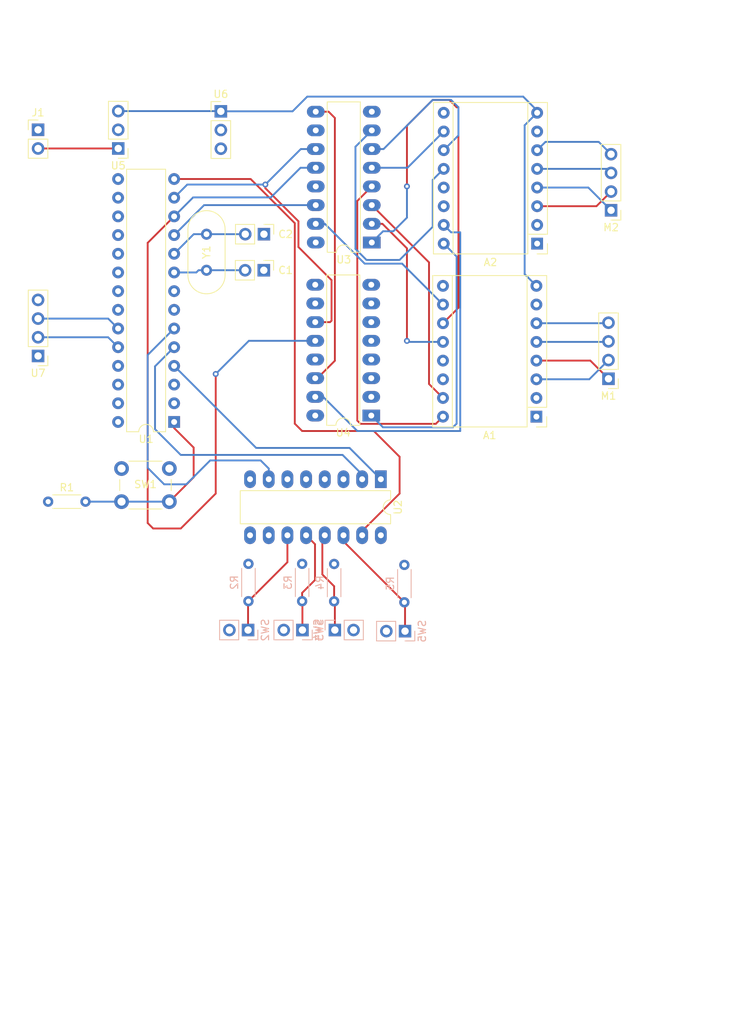
<source format=kicad_pcb>
(kicad_pcb (version 20171130) (host pcbnew "(5.1.10-1-10_14)")
  (layers (0 F.Cu signal) (1 PWR signal hide) (2 GND signal hide) (31 B.Cu signal) (34 B.Paste user) (35 F.Paste user) (36 B.SilkS user) (37 F.SilkS user) (38 B.Mask user) (39 F.Mask user) (44 Edge.Cuts user))
  (net 0 "")
  (net 1 GND)
  (net 2 +5V)
  (net 3 "Net-(A1-Pad10)")
  (net 4 "Net-(A1-Pad3)")
  (net 5 "Net-(A1-Pad11)")
  (net 6 "Net-(A1-Pad4)")
  (net 7 "Net-(A1-Pad12)")
  (net 8 "Net-(A1-Pad5)")
  (net 9 "Net-(A1-Pad6)")
  (net 10 "Net-(A1-Pad15)")
  (net 11 "Net-(A1-Pad8)")
  (net 12 "Net-(A1-Pad16)")
  (net 13 "Net-(A2-Pad16)")
  (net 14 "Net-(A2-Pad15)")
  (net 15 "Net-(A2-Pad6)")
  (net 16 "Net-(A2-Pad5)")
  (net 17 "Net-(A2-Pad12)")
  (net 18 "Net-(A2-Pad4)")
  (net 19 "Net-(A2-Pad11)")
  (net 20 "Net-(A2-Pad3)")
  (net 21 "Net-(A2-Pad10)")
  (net 22 "Net-(R1-Pad2)")
  (net 23 "Net-(U1-Pad15)")
  (net 24 "Net-(U1-Pad2)")
  (net 25 "Net-(U1-Pad16)")
  (net 26 "Net-(U1-Pad3)")
  (net 27 "Net-(U1-Pad17)")
  (net 28 "Net-(U1-Pad4)")
  (net 29 "Net-(U1-Pad18)")
  (net 30 "Net-(U1-Pad5)")
  (net 31 "Net-(U1-Pad19)")
  (net 32 "Net-(U1-Pad6)")
  (net 33 "Net-(U1-Pad20)")
  (net 34 "Net-(U1-Pad21)")
  (net 35 "Net-(U1-Pad11)")
  (net 36 "Net-(U1-Pad25)")
  (net 37 "Net-(U1-Pad12)")
  (net 38 "Net-(U1-Pad26)")
  (net 39 "Net-(U1-Pad13)")
  (net 40 "Net-(U1-Pad27)")
  (net 41 "Net-(U1-Pad14)")
  (net 42 "Net-(U1-Pad28)")
  (net 43 +12V)
  (net 44 "Net-(R2-Pad2)")
  (net 45 "Net-(R3-Pad2)")
  (net 46 "Net-(R4-Pad2)")
  (net 47 "Net-(R5-Pad2)")
  (net 48 "Net-(U1-Pad23)")
  (net 49 "Net-(U1-Pad24)")
  (net 50 "Net-(U2-Pad4)")
  (net 51 "Net-(U2-Pad3)")
  (net 52 "Net-(U2-Pad6)")
  (net 53 "Net-(U2-Pad5)")
  (net 54 "Net-(U4-Pad4)")
  (net 55 "Net-(U4-Pad7)")
  (net 56 "Net-(U4-Pad3)")
  (net 57 "Net-(U4-Pad6)")
  (net 58 "Net-(U4-Pad2)")
  (net 59 "Net-(U4-Pad5)")
  (net 60 "Net-(U2-Pad10)")
  (net 61 "Net-(U2-Pad9)")
  (net 62 "Net-(U3-Pad9)")
  (net 63 "Net-(U4-Pad9)")
  (net 64 "Net-(C1-Pad2)")
  (net 65 "Net-(C2-Pad2)")
  (module Package_DIP:DIP-16_W7.62mm_LongPads (layer F.Cu) (at 21.95 -959.2 270)
    (fp_text reference U2 (at 3.81 -2.33 90) (layer F.SilkS))
    (fp_text value 74LS165)
    (fp_line (start 2.81 -1.33) (end 1.56 -1.33) (layer F.SilkS) (width 0.12))
    (fp_line (start 1.56 -1.33) (end 1.56 19.11) (layer F.SilkS) (width 0.12))
    (fp_line (start 1.56 19.11) (end 6.06 19.11) (layer F.SilkS) (width 0.12))
    (fp_line (start 6.06 19.11) (end 6.06 -1.33) (layer F.SilkS) (width 0.12))
    (fp_line (start 6.06 -1.33) (end 4.81 -1.33) (layer F.SilkS) (width 0.12))
    (fp_arc (start 3.81 -1.33) (end 2.81 -1.33) (angle -180) (layer F.SilkS) (width 0.12))
    (pad 16 thru_hole oval (at 7.62 0 270) (size 2.4 1.6) (drill 0.8) (layers *.Cu *.Mask) (net 2 +5V))
    (pad 8 thru_hole oval (at 0 17.78 270) (size 2.4 1.6) (drill 0.8) (layers *.Cu *.Mask) (net 1 GND))
    (pad 15 thru_hole oval (at 7.62 2.54 270) (size 2.4 1.6) (drill 0.8) (layers *.Cu *.Mask) (net 41 "Net-(U1-Pad14)"))
    (pad 7 thru_hole oval (at 0 15.24 270) (size 2.4 1.6) (drill 0.8) (layers *.Cu *.Mask) (net 32 "Net-(U1-Pad6)"))
    (pad 14 thru_hole oval (at 7.62 5.08 270) (size 2.4 1.6) (drill 0.8) (layers *.Cu *.Mask) (net 47 "Net-(R5-Pad2)"))
    (pad 6 thru_hole oval (at 0 12.7 270) (size 2.4 1.6) (drill 0.8) (layers *.Cu *.Mask) (net 52 "Net-(U2-Pad6)"))
    (pad 13 thru_hole oval (at 7.62 7.62 270) (size 2.4 1.6) (drill 0.8) (layers *.Cu *.Mask) (net 46 "Net-(R4-Pad2)"))
    (pad 5 thru_hole oval (at 0 10.16 270) (size 2.4 1.6) (drill 0.8) (layers *.Cu *.Mask) (net 53 "Net-(U2-Pad5)"))
    (pad 12 thru_hole oval (at 7.62 10.16 270) (size 2.4 1.6) (drill 0.8) (layers *.Cu *.Mask) (net 45 "Net-(R3-Pad2)"))
    (pad 4 thru_hole oval (at 0 7.62 270) (size 2.4 1.6) (drill 0.8) (layers *.Cu *.Mask) (net 50 "Net-(U2-Pad4)"))
    (pad 11 thru_hole oval (at 7.62 12.7 270) (size 2.4 1.6) (drill 0.8) (layers *.Cu *.Mask) (net 44 "Net-(R2-Pad2)"))
    (pad 3 thru_hole oval (at 0 5.08 270) (size 2.4 1.6) (drill 0.8) (layers *.Cu *.Mask) (net 51 "Net-(U2-Pad3)"))
    (pad 10 thru_hole oval (at 7.62 15.24 270) (size 2.4 1.6) (drill 0.8) (layers *.Cu *.Mask) (net 60 "Net-(U2-Pad10)"))
    (pad 2 thru_hole oval (at 0 2.54 270) (size 2.4 1.6) (drill 0.8) (layers *.Cu *.Mask) (net 30 "Net-(U1-Pad5)"))
    (pad 9 thru_hole oval (at 7.62 17.78 270) (size 2.4 1.6) (drill 0.8) (layers *.Cu *.Mask) (net 61 "Net-(U2-Pad9)"))
    (pad 1 thru_hole rect (at 0 0 270) (size 2.4 1.6) (drill 0.8) (layers *.Cu *.Mask) (net 28 "Net-(U1-Pad4)"))
  )
  (module Resistor_THT:R_Axial_DIN0204_L3.6mm_D1.6mm_P5.08mm_Horizontal (layer B.Cu) (at 25.15 -947.55 270)
    (fp_text reference R5 (at 2.54 1.92 90) (layer B.SilkS) (effects (justify mirror)))
    (fp_text value 250Ω)
    (fp_line (start 0.62 0.92) (end 4.46 0.92) (layer B.SilkS) (width 0.12))
    (fp_line (start 0.62 -0.92) (end 4.46 -0.92) (layer B.SilkS) (width 0.12))
    (pad 2 thru_hole oval (at 5.08 0 270) (size 1.4 1.4) (drill 0.7) (layers *.Cu *.Mask) (net 47 "Net-(R5-Pad2)"))
    (pad 1 thru_hole circle (at 0 0 270) (size 1.4 1.4) (drill 0.7) (layers *.Cu *.Mask) (net 2 +5V))
  )
  (module Resistor_THT:R_Axial_DIN0204_L3.6mm_D1.6mm_P5.08mm_Horizontal (layer B.Cu) (at 15.6 -947.68 270)
    (fp_text reference R4 (at 2.54 1.92 90) (layer B.SilkS) (effects (justify mirror)))
    (fp_text value 250Ω)
    (fp_line (start 0.62 0.92) (end 4.46 0.92) (layer B.SilkS) (width 0.12))
    (fp_line (start 0.62 -0.92) (end 4.46 -0.92) (layer B.SilkS) (width 0.12))
    (pad 2 thru_hole oval (at 5.08 0 270) (size 1.4 1.4) (drill 0.7) (layers *.Cu *.Mask) (net 46 "Net-(R4-Pad2)"))
    (pad 1 thru_hole circle (at 0 0 270) (size 1.4 1.4) (drill 0.7) (layers *.Cu *.Mask) (net 2 +5V))
  )
  (module Resistor_THT:R_Axial_DIN0204_L3.6mm_D1.6mm_P5.08mm_Horizontal (layer B.Cu) (at 11.25 -947.7 270)
    (fp_text reference R3 (at 2.54 1.92 90) (layer B.SilkS) (effects (justify mirror)))
    (fp_text value 250Ω)
    (fp_line (start 0.62 0.92) (end 4.46 0.92) (layer B.SilkS) (width 0.12))
    (fp_line (start 0.62 -0.92) (end 4.46 -0.92) (layer B.SilkS) (width 0.12))
    (pad 2 thru_hole oval (at 5.08 0 270) (size 1.4 1.4) (drill 0.7) (layers *.Cu *.Mask) (net 45 "Net-(R3-Pad2)"))
    (pad 1 thru_hole circle (at 0 0 270) (size 1.4 1.4) (drill 0.7) (layers *.Cu *.Mask) (net 2 +5V))
  )
  (module Resistor_THT:R_Axial_DIN0204_L3.6mm_D1.6mm_P5.08mm_Horizontal (layer B.Cu) (at 3.95 -947.7 270)
    (fp_text reference R2 (at 2.54 1.92 90) (layer B.SilkS) (effects (justify mirror)))
    (fp_text value 250Ω)
    (fp_line (start 0.62 0.92) (end 4.46 0.92) (layer B.SilkS) (width 0.12))
    (fp_line (start 0.62 -0.92) (end 4.46 -0.92) (layer B.SilkS) (width 0.12))
    (pad 2 thru_hole oval (at 5.08 0 270) (size 1.4 1.4) (drill 0.7) (layers *.Cu *.Mask) (net 44 "Net-(R2-Pad2)"))
    (pad 1 thru_hole circle (at 0 0 270) (size 1.4 1.4) (drill 0.7) (layers *.Cu *.Mask) (net 2 +5V))
  )
  (module Resistor_THT:R_Axial_DIN0204_L3.6mm_D1.6mm_P5.08mm_Horizontal (layer F.Cu) (at -23.28 -956.15)
    (fp_text reference R1 (at 2.54 -1.92) (layer F.SilkS))
    (fp_text value 10KΩ)
    (fp_line (start 0.62 -0.92) (end 4.46 -0.92) (layer F.SilkS) (width 0.12))
    (fp_line (start 0.62 0.92) (end 4.46 0.92) (layer F.SilkS) (width 0.12))
    (pad 2 thru_hole oval (at 5.08 0) (size 1.4 1.4) (drill 0.7) (layers *.Cu *.Mask) (net 22 "Net-(R1-Pad2)"))
    (pad 1 thru_hole circle (at 0 0) (size 1.4 1.4) (drill 0.7) (layers *.Cu *.Mask) (net 2 +5V))
  )
  (module Package_DIP:DIP-16_W7.62mm_LongPads (layer F.Cu) (at 20.65 -967.85 180)
    (fp_text reference U4 (at 3.81 -2.33) (layer F.SilkS))
    (fp_text value 74LS595)
    (fp_line (start 2.81 -1.33) (end 1.56 -1.33) (layer F.SilkS) (width 0.12))
    (fp_line (start 1.56 -1.33) (end 1.56 19.11) (layer F.SilkS) (width 0.12))
    (fp_line (start 1.56 19.11) (end 6.06 19.11) (layer F.SilkS) (width 0.12))
    (fp_line (start 6.06 19.11) (end 6.06 -1.33) (layer F.SilkS) (width 0.12))
    (fp_line (start 6.06 -1.33) (end 4.81 -1.33) (layer F.SilkS) (width 0.12))
    (fp_arc (start 3.81 -1.33) (end 2.81 -1.33) (angle -180) (layer F.SilkS) (width 0.12))
    (pad 16 thru_hole oval (at 7.62 0 180) (size 2.4 1.6) (drill 0.8) (layers *.Cu *.Mask) (net 2 +5V))
    (pad 8 thru_hole oval (at 0 17.78 180) (size 2.4 1.6) (drill 0.8) (layers *.Cu *.Mask) (net 1 GND))
    (pad 15 thru_hole oval (at 7.62 2.54 180) (size 2.4 1.6) (drill 0.8) (layers *.Cu *.Mask) (net 14 "Net-(A2-Pad15)"))
    (pad 7 thru_hole oval (at 0 15.24 180) (size 2.4 1.6) (drill 0.8) (layers *.Cu *.Mask) (net 55 "Net-(U4-Pad7)"))
    (pad 14 thru_hole oval (at 7.62 5.08 180) (size 2.4 1.6) (drill 0.8) (layers *.Cu *.Mask) (net 62 "Net-(U3-Pad9)"))
    (pad 6 thru_hole oval (at 0 12.7 180) (size 2.4 1.6) (drill 0.8) (layers *.Cu *.Mask) (net 57 "Net-(U4-Pad6)"))
    (pad 13 thru_hole oval (at 7.62 7.62 180) (size 2.4 1.6) (drill 0.8) (layers *.Cu *.Mask) (net 1 GND))
    (pad 5 thru_hole oval (at 0 10.16 180) (size 2.4 1.6) (drill 0.8) (layers *.Cu *.Mask) (net 59 "Net-(U4-Pad5)"))
    (pad 12 thru_hole oval (at 7.62 10.16 180) (size 2.4 1.6) (drill 0.8) (layers *.Cu *.Mask) (net 37 "Net-(U1-Pad12)"))
    (pad 4 thru_hole oval (at 0 7.62 180) (size 2.4 1.6) (drill 0.8) (layers *.Cu *.Mask) (net 54 "Net-(U4-Pad4)"))
    (pad 11 thru_hole oval (at 7.62 12.7 180) (size 2.4 1.6) (drill 0.8) (layers *.Cu *.Mask) (net 39 "Net-(U1-Pad13)"))
    (pad 3 thru_hole oval (at 0 5.08 180) (size 2.4 1.6) (drill 0.8) (layers *.Cu *.Mask) (net 56 "Net-(U4-Pad3)"))
    (pad 10 thru_hole oval (at 7.62 15.24 180) (size 2.4 1.6) (drill 0.8) (layers *.Cu *.Mask) (net 2 +5V))
    (pad 2 thru_hole oval (at 0 2.54 180) (size 2.4 1.6) (drill 0.8) (layers *.Cu *.Mask) (net 58 "Net-(U4-Pad2)"))
    (pad 9 thru_hole oval (at 7.62 17.78 180) (size 2.4 1.6) (drill 0.8) (layers *.Cu *.Mask) (net 63 "Net-(U4-Pad9)"))
    (pad 1 thru_hole rect (at 0 0 180) (size 2.4 1.6) (drill 0.8) (layers *.Cu *.Mask) (net 13 "Net-(A2-Pad16)"))
  )
  (module Module:Pololu_Breakout-16_15.2x20.3mm (layer F.Cu) (at 43.2 -991.22 180)
    (fp_text reference A2 (at 6.35 -2.54) (layer F.SilkS))
    (fp_text value Pololu_Breakout_A4988)
    (fp_line (start 11.43 -1.4) (end 11.43 19.18) (layer F.SilkS) (width 0.12))
    (fp_line (start 1.27 1.27) (end 1.27 19.18) (layer F.SilkS) (width 0.12))
    (fp_line (start 0 -1.4) (end -1.4 -1.4) (layer F.SilkS) (width 0.12))
    (fp_line (start -1.4 -1.4) (end -1.4 0) (layer F.SilkS) (width 0.12))
    (fp_line (start 1.27 -1.4) (end 1.27 1.27) (layer F.SilkS) (width 0.12))
    (fp_line (start 1.27 1.27) (end -1.4 1.27) (layer F.SilkS) (width 0.12))
    (fp_line (start -1.4 1.27) (end -1.4 19.18) (layer F.SilkS) (width 0.12))
    (fp_line (start -1.4 19.18) (end 14.1 19.18) (layer F.SilkS) (width 0.12))
    (fp_line (start 14.1 19.18) (end 14.1 -1.4) (layer F.SilkS) (width 0.12))
    (fp_line (start 14.1 -1.4) (end 1.27 -1.4) (layer F.SilkS) (width 0.12))
    (pad 16 thru_hole oval (at 12.7 0 180) (size 1.6 1.6) (drill 0.8) (layers *.Cu *.Mask) (net 13 "Net-(A2-Pad16)"))
    (pad 8 thru_hole oval (at 0 17.78 180) (size 1.6 1.6) (drill 0.8) (layers *.Cu *.Mask) (net 11 "Net-(A1-Pad8)"))
    (pad 15 thru_hole oval (at 12.7 2.54 180) (size 1.6 1.6) (drill 0.8) (layers *.Cu *.Mask) (net 14 "Net-(A2-Pad15)"))
    (pad 7 thru_hole oval (at 0 15.24 180) (size 1.6 1.6) (drill 0.8) (layers *.Cu *.Mask) (net 1 GND))
    (pad 14 thru_hole oval (at 12.7 5.08 180) (size 1.6 1.6) (drill 0.8) (layers *.Cu *.Mask) (net 2 +5V))
    (pad 6 thru_hole oval (at 0 12.7 180) (size 1.6 1.6) (drill 0.8) (layers *.Cu *.Mask) (net 15 "Net-(A2-Pad6)"))
    (pad 13 thru_hole oval (at 12.7 7.62 180) (size 1.6 1.6) (drill 0.8) (layers *.Cu *.Mask) (net 2 +5V))
    (pad 5 thru_hole oval (at 0 10.16 180) (size 1.6 1.6) (drill 0.8) (layers *.Cu *.Mask) (net 16 "Net-(A2-Pad5)"))
    (pad 12 thru_hole oval (at 12.7 10.16 180) (size 1.6 1.6) (drill 0.8) (layers *.Cu *.Mask) (net 17 "Net-(A2-Pad12)"))
    (pad 4 thru_hole oval (at 0 7.62 180) (size 1.6 1.6) (drill 0.8) (layers *.Cu *.Mask) (net 18 "Net-(A2-Pad4)"))
    (pad 11 thru_hole oval (at 12.7 12.7 180) (size 1.6 1.6) (drill 0.8) (layers *.Cu *.Mask) (net 19 "Net-(A2-Pad11)"))
    (pad 3 thru_hole oval (at 0 5.08 180) (size 1.6 1.6) (drill 0.8) (layers *.Cu *.Mask) (net 20 "Net-(A2-Pad3)"))
    (pad 10 thru_hole oval (at 12.7 15.24 180) (size 1.6 1.6) (drill 0.8) (layers *.Cu *.Mask) (net 21 "Net-(A2-Pad10)"))
    (pad 2 thru_hole oval (at 0 2.54 180) (size 1.6 1.6) (drill 0.8) (layers *.Cu *.Mask) (net 2 +5V))
    (pad 9 thru_hole oval (at 12.7 17.78 180) (size 1.6 1.6) (drill 0.8) (layers *.Cu *.Mask) (net 1 GND))
    (pad 1 thru_hole rect (at 0 0 180) (size 1.6 1.6) (drill 0.8) (layers *.Cu *.Mask) (net 1 GND))
  )
  (module Crystal:Crystal_HC18-U_Vertical (layer F.Cu) (at -1.75 -992.5 270)
    (fp_text reference Y1 (at 2.45 0 90) (layer F.SilkS))
    (fp_text value 16Mhz)
    (fp_line (start -0.675 2.525) (end 5.575 2.525) (layer F.SilkS) (width 0.12))
    (fp_line (start -0.675 -2.525) (end 5.575 -2.525) (layer F.SilkS) (width 0.12))
    (fp_arc (start 5.575 0) (end 5.575 -2.525) (angle 180) (layer F.SilkS) (width 0.12))
    (fp_arc (start -0.675 0) (end -0.675 -2.525) (angle -180) (layer F.SilkS) (width 0.12))
    (pad 2 thru_hole circle (at 4.9 0 270) (size 1.5 1.5) (drill 0.8) (layers *.Cu *.Mask) (net 64 "Net-(C1-Pad2)"))
    (pad 1 thru_hole circle (at 0 0 270) (size 1.5 1.5) (drill 0.8) (layers *.Cu *.Mask) (net 65 "Net-(C2-Pad2)"))
  )
  (module Connector_PinHeader_2.54mm:PinHeader_1x02_P2.54mm_Vertical (layer F.Cu) (at 6.06 -992.5 270)
    (fp_text reference C2 (at 0 -2.94 180) (layer F.SilkS))
    (fp_text value 22pF)
    (fp_line (start -1.33 -1.33) (end 0 -1.33) (layer F.SilkS) (width 0.12))
    (fp_line (start -1.33 0) (end -1.33 -1.33) (layer F.SilkS) (width 0.12))
    (fp_line (start -1.33 1.27) (end 1.33 1.27) (layer F.SilkS) (width 0.12))
    (fp_line (start 1.33 1.27) (end 1.33 3.87) (layer F.SilkS) (width 0.12))
    (fp_line (start -1.33 1.27) (end -1.33 3.87) (layer F.SilkS) (width 0.12))
    (fp_line (start -1.33 3.87) (end 1.33 3.87) (layer F.SilkS) (width 0.12))
    (pad 2 thru_hole oval (at 0 2.54 270) (size 1.7 1.7) (drill 1) (layers *.Cu *.Mask) (net 65 "Net-(C2-Pad2)"))
    (pad 1 thru_hole rect (at 0 0 270) (size 1.7 1.7) (drill 1) (layers *.Cu *.Mask) (net 1 GND))
  )
  (module Connector_PinHeader_2.54mm:PinHeader_1x02_P2.54mm_Vertical (layer F.Cu) (at 6.04 -987.6 270)
    (fp_text reference C1 (at 0 -2.96 180) (layer F.SilkS))
    (fp_text value 22pF)
    (fp_line (start -1.33 -1.33) (end 0 -1.33) (layer F.SilkS) (width 0.12))
    (fp_line (start -1.33 0) (end -1.33 -1.33) (layer F.SilkS) (width 0.12))
    (fp_line (start -1.33 1.27) (end 1.33 1.27) (layer F.SilkS) (width 0.12))
    (fp_line (start 1.33 1.27) (end 1.33 3.87) (layer F.SilkS) (width 0.12))
    (fp_line (start -1.33 1.27) (end -1.33 3.87) (layer F.SilkS) (width 0.12))
    (fp_line (start -1.33 3.87) (end 1.33 3.87) (layer F.SilkS) (width 0.12))
    (pad 2 thru_hole oval (at 0 2.54 270) (size 1.7 1.7) (drill 1) (layers *.Cu *.Mask) (net 64 "Net-(C1-Pad2)"))
    (pad 1 thru_hole rect (at 0 0 270) (size 1.7 1.7) (drill 1) (layers *.Cu *.Mask) (net 1 GND))
  )
  (module Package_DIP:DIP-16_W7.62mm_LongPads (layer F.Cu) (at 20.72 -991.37 180)
    (fp_text reference U3 (at 3.81 -2.33) (layer F.SilkS))
    (fp_text value 74LS595)
    (fp_line (start 2.81 -1.33) (end 1.56 -1.33) (layer F.SilkS) (width 0.12))
    (fp_line (start 1.56 -1.33) (end 1.56 19.11) (layer F.SilkS) (width 0.12))
    (fp_line (start 1.56 19.11) (end 6.06 19.11) (layer F.SilkS) (width 0.12))
    (fp_line (start 6.06 19.11) (end 6.06 -1.33) (layer F.SilkS) (width 0.12))
    (fp_line (start 6.06 -1.33) (end 4.81 -1.33) (layer F.SilkS) (width 0.12))
    (fp_arc (start 3.81 -1.33) (end 2.81 -1.33) (angle -180) (layer F.SilkS) (width 0.12))
    (pad 16 thru_hole oval (at 7.62 0 180) (size 2.4 1.6) (drill 0.8) (layers *.Cu *.Mask) (net 2 +5V))
    (pad 8 thru_hole oval (at 0 17.78 180) (size 2.4 1.6) (drill 0.8) (layers *.Cu *.Mask) (net 1 GND))
    (pad 15 thru_hole oval (at 7.62 2.54 180) (size 2.4 1.6) (drill 0.8) (layers *.Cu *.Mask) (net 3 "Net-(A1-Pad10)"))
    (pad 7 thru_hole oval (at 0 15.24 180) (size 2.4 1.6) (drill 0.8) (layers *.Cu *.Mask) (net 17 "Net-(A2-Pad12)"))
    (pad 14 thru_hole oval (at 7.62 5.08 180) (size 2.4 1.6) (drill 0.8) (layers *.Cu *.Mask) (net 35 "Net-(U1-Pad11)"))
    (pad 6 thru_hole oval (at 0 12.7 180) (size 2.4 1.6) (drill 0.8) (layers *.Cu *.Mask) (net 19 "Net-(A2-Pad11)"))
    (pad 13 thru_hole oval (at 7.62 7.62 180) (size 2.4 1.6) (drill 0.8) (layers *.Cu *.Mask) (net 1 GND))
    (pad 5 thru_hole oval (at 0 10.16 180) (size 2.4 1.6) (drill 0.8) (layers *.Cu *.Mask) (net 21 "Net-(A2-Pad10)"))
    (pad 12 thru_hole oval (at 7.62 10.16 180) (size 2.4 1.6) (drill 0.8) (layers *.Cu *.Mask) (net 37 "Net-(U1-Pad12)"))
    (pad 4 thru_hole oval (at 0 7.62 180) (size 2.4 1.6) (drill 0.8) (layers *.Cu *.Mask) (net 12 "Net-(A1-Pad16)"))
    (pad 11 thru_hole oval (at 7.62 12.7 180) (size 2.4 1.6) (drill 0.8) (layers *.Cu *.Mask) (net 39 "Net-(U1-Pad13)"))
    (pad 3 thru_hole oval (at 0 5.08 180) (size 2.4 1.6) (drill 0.8) (layers *.Cu *.Mask) (net 10 "Net-(A1-Pad15)"))
    (pad 10 thru_hole oval (at 7.62 15.24 180) (size 2.4 1.6) (drill 0.8) (layers *.Cu *.Mask) (net 2 +5V))
    (pad 2 thru_hole oval (at 0 2.54 180) (size 2.4 1.6) (drill 0.8) (layers *.Cu *.Mask) (net 7 "Net-(A1-Pad12)"))
    (pad 9 thru_hole oval (at 7.62 17.78 180) (size 2.4 1.6) (drill 0.8) (layers *.Cu *.Mask) (net 62 "Net-(U3-Pad9)"))
    (pad 1 thru_hole rect (at 0 0 180) (size 2.4 1.6) (drill 0.8) (layers *.Cu *.Mask) (net 5 "Net-(A1-Pad11)"))
  )
  (module Connector_PinHeader_2.54mm:PinHeader_1x04_P2.54mm_Vertical (layer F.Cu) (at -24.65 -975.95 180)
    (fp_text reference U7 (at 0 -2.33) (layer F.SilkS))
    (fp_text value ParallaxJoystick)
    (fp_line (start -1.33 -1.33) (end 0 -1.33) (layer F.SilkS) (width 0.12))
    (fp_line (start -1.33 0) (end -1.33 -1.33) (layer F.SilkS) (width 0.12))
    (fp_line (start -1.33 1.27) (end 1.33 1.27) (layer F.SilkS) (width 0.12))
    (fp_line (start 1.33 1.27) (end 1.33 8.95) (layer F.SilkS) (width 0.12))
    (fp_line (start -1.33 1.27) (end -1.33 8.95) (layer F.SilkS) (width 0.12))
    (fp_line (start -1.33 8.95) (end 1.33 8.95) (layer F.SilkS) (width 0.12))
    (pad 4 thru_hole oval (at 0 7.62 180) (size 1.7 1.7) (drill 1) (layers *.Cu *.Mask) (net 1 GND))
    (pad 3 thru_hole oval (at 0 5.08 180) (size 1.7 1.7) (drill 1) (layers *.Cu *.Mask) (net 48 "Net-(U1-Pad23)"))
    (pad 2 thru_hole oval (at 0 2.54 180) (size 1.7 1.7) (drill 1) (layers *.Cu *.Mask) (net 49 "Net-(U1-Pad24)"))
    (pad 1 thru_hole rect (at 0 0 180) (size 1.7 1.7) (drill 1) (layers *.Cu *.Mask) (net 2 +5V))
  )
  (module Connector_PinHeader_2.54mm:PinHeader_1x03_P2.54mm_Vertical (layer F.Cu) (at 0.2 -1009.2)
    (fp_text reference U6 (at 0 -2.33) (layer F.SilkS))
    (fp_text value L7805)
    (fp_line (start -1.33 -1.33) (end 0 -1.33) (layer F.SilkS) (width 0.12))
    (fp_line (start -1.33 0) (end -1.33 -1.33) (layer F.SilkS) (width 0.12))
    (fp_line (start -1.33 1.27) (end 1.33 1.27) (layer F.SilkS) (width 0.12))
    (fp_line (start 1.33 1.27) (end 1.33 6.41) (layer F.SilkS) (width 0.12))
    (fp_line (start -1.33 1.27) (end -1.33 6.41) (layer F.SilkS) (width 0.12))
    (fp_line (start -1.33 6.41) (end 1.33 6.41) (layer F.SilkS) (width 0.12))
    (pad 3 thru_hole oval (at 0 5.08) (size 1.7 1.7) (drill 1) (layers *.Cu *.Mask) (net 2 +5V))
    (pad 2 thru_hole oval (at 0 2.54) (size 1.7 1.7) (drill 1) (layers *.Cu *.Mask) (net 1 GND))
    (pad 1 thru_hole rect (at 0 0) (size 1.7 1.7) (drill 1) (layers *.Cu *.Mask) (net 11 "Net-(A1-Pad8)"))
  )
  (module Connector_PinHeader_2.54mm:PinHeader_1x03_P2.54mm_Vertical (layer F.Cu) (at -13.75 -1004.15 180)
    (fp_text reference U5 (at 0 -2.33) (layer F.SilkS))
    (fp_text value L7812)
    (fp_line (start -1.33 -1.33) (end 0 -1.33) (layer F.SilkS) (width 0.12))
    (fp_line (start -1.33 0) (end -1.33 -1.33) (layer F.SilkS) (width 0.12))
    (fp_line (start -1.33 1.27) (end 1.33 1.27) (layer F.SilkS) (width 0.12))
    (fp_line (start 1.33 1.27) (end 1.33 6.41) (layer F.SilkS) (width 0.12))
    (fp_line (start -1.33 1.27) (end -1.33 6.41) (layer F.SilkS) (width 0.12))
    (fp_line (start -1.33 6.41) (end 1.33 6.41) (layer F.SilkS) (width 0.12))
    (pad 3 thru_hole oval (at 0 5.08 180) (size 1.7 1.7) (drill 1) (layers *.Cu *.Mask) (net 11 "Net-(A1-Pad8)"))
    (pad 2 thru_hole oval (at 0 2.54 180) (size 1.7 1.7) (drill 1) (layers *.Cu *.Mask) (net 1 GND))
    (pad 1 thru_hole rect (at 0 0 180) (size 1.7 1.7) (drill 1) (layers *.Cu *.Mask) (net 43 +12V))
  )
  (module Connector_PinHeader_2.54mm:PinHeader_1x02_P2.54mm_Vertical (layer B.Cu) (at 25.24 -938.55 90)
    (fp_text reference SW5 (at 0 2.33 90) (layer B.SilkS) (effects (justify mirror)))
    (fp_text value SW_DIP_x01)
    (fp_line (start -1.33 1.33) (end 0 1.33) (layer B.SilkS) (width 0.12))
    (fp_line (start -1.33 0) (end -1.33 1.33) (layer B.SilkS) (width 0.12))
    (fp_line (start -1.33 -1.27) (end 1.33 -1.27) (layer B.SilkS) (width 0.12))
    (fp_line (start 1.33 -1.27) (end 1.33 -3.87) (layer B.SilkS) (width 0.12))
    (fp_line (start -1.33 -1.27) (end -1.33 -3.87) (layer B.SilkS) (width 0.12))
    (fp_line (start -1.33 -3.87) (end 1.33 -3.87) (layer B.SilkS) (width 0.12))
    (pad 2 thru_hole oval (at 0 -2.54 90) (size 1.7 1.7) (drill 1) (layers *.Cu *.Mask) (net 1 GND))
    (pad 1 thru_hole rect (at 0 0 90) (size 1.7 1.7) (drill 1) (layers *.Cu *.Mask) (net 47 "Net-(R5-Pad2)"))
  )
  (module Connector_PinHeader_2.54mm:PinHeader_1x02_P2.54mm_Vertical (layer B.Cu) (at 15.7 -938.7 270)
    (fp_text reference SW4 (at 0 2.33 90) (layer B.SilkS) (effects (justify mirror)))
    (fp_text value SW_DIP_x01)
    (fp_line (start -1.33 1.33) (end 0 1.33) (layer B.SilkS) (width 0.12))
    (fp_line (start -1.33 0) (end -1.33 1.33) (layer B.SilkS) (width 0.12))
    (fp_line (start -1.33 -1.27) (end 1.33 -1.27) (layer B.SilkS) (width 0.12))
    (fp_line (start 1.33 -1.27) (end 1.33 -3.87) (layer B.SilkS) (width 0.12))
    (fp_line (start -1.33 -1.27) (end -1.33 -3.87) (layer B.SilkS) (width 0.12))
    (fp_line (start -1.33 -3.87) (end 1.33 -3.87) (layer B.SilkS) (width 0.12))
    (pad 2 thru_hole oval (at 0 -2.54 270) (size 1.7 1.7) (drill 1) (layers *.Cu *.Mask) (net 1 GND))
    (pad 1 thru_hole rect (at 0 0 270) (size 1.7 1.7) (drill 1) (layers *.Cu *.Mask) (net 46 "Net-(R4-Pad2)"))
  )
  (module Connector_PinHeader_2.54mm:PinHeader_1x02_P2.54mm_Vertical (layer B.Cu) (at 11.29 -938.7 90)
    (fp_text reference SW3 (at 0 2.33 90) (layer B.SilkS) (effects (justify mirror)))
    (fp_text value SW_DIP_x01)
    (fp_line (start -1.33 1.33) (end 0 1.33) (layer B.SilkS) (width 0.12))
    (fp_line (start -1.33 0) (end -1.33 1.33) (layer B.SilkS) (width 0.12))
    (fp_line (start -1.33 -1.27) (end 1.33 -1.27) (layer B.SilkS) (width 0.12))
    (fp_line (start 1.33 -1.27) (end 1.33 -3.87) (layer B.SilkS) (width 0.12))
    (fp_line (start -1.33 -1.27) (end -1.33 -3.87) (layer B.SilkS) (width 0.12))
    (fp_line (start -1.33 -3.87) (end 1.33 -3.87) (layer B.SilkS) (width 0.12))
    (pad 2 thru_hole oval (at 0 -2.54 90) (size 1.7 1.7) (drill 1) (layers *.Cu *.Mask) (net 1 GND))
    (pad 1 thru_hole rect (at 0 0 90) (size 1.7 1.7) (drill 1) (layers *.Cu *.Mask) (net 45 "Net-(R3-Pad2)"))
  )
  (module Connector_PinHeader_2.54mm:PinHeader_1x02_P2.54mm_Vertical (layer B.Cu) (at 3.9 -938.7 90)
    (fp_text reference SW2 (at 0 2.33 90) (layer B.SilkS) (effects (justify mirror)))
    (fp_text value SW_DIP_x01)
    (fp_line (start -1.33 1.33) (end 0 1.33) (layer B.SilkS) (width 0.12))
    (fp_line (start -1.33 0) (end -1.33 1.33) (layer B.SilkS) (width 0.12))
    (fp_line (start -1.33 -1.27) (end 1.33 -1.27) (layer B.SilkS) (width 0.12))
    (fp_line (start 1.33 -1.27) (end 1.33 -3.87) (layer B.SilkS) (width 0.12))
    (fp_line (start -1.33 -1.27) (end -1.33 -3.87) (layer B.SilkS) (width 0.12))
    (fp_line (start -1.33 -3.87) (end 1.33 -3.87) (layer B.SilkS) (width 0.12))
    (pad 2 thru_hole oval (at 0 -2.54 90) (size 1.7 1.7) (drill 1) (layers *.Cu *.Mask) (net 1 GND))
    (pad 1 thru_hole rect (at 0 0 90) (size 1.7 1.7) (drill 1) (layers *.Cu *.Mask) (net 44 "Net-(R2-Pad2)"))
  )
  (module Button_Switch_THT:SW_PUSH_6mm (layer F.Cu) (at -6.8 -956.15 180)
    (fp_text reference SW1 (at 3.25 2.35) (layer F.SilkS))
    (fp_text value "RESET SW")
    (fp_line (start 6.75 3) (end 6.75 1.5) (layer F.SilkS) (width 0.12))
    (fp_line (start 5.5 -1) (end 1 -1) (layer F.SilkS) (width 0.12))
    (fp_line (start -0.25 1.5) (end -0.25 3) (layer F.SilkS) (width 0.12))
    (fp_line (start 1 5.5) (end 5.5 5.5) (layer F.SilkS) (width 0.12))
    (pad 1 thru_hole circle (at 6.5 0 270) (size 2 2) (drill 1.1) (layers *.Cu *.Mask) (net 22 "Net-(R1-Pad2)"))
    (pad 2 thru_hole circle (at 6.5 4.5 270) (size 2 2) (drill 1.1) (layers *.Cu *.Mask) (net 1 GND))
    (pad 1 thru_hole circle (at 0 0 270) (size 2 2) (drill 1.1) (layers *.Cu *.Mask) (net 22 "Net-(R1-Pad2)"))
    (pad 2 thru_hole circle (at 0 4.5 270) (size 2 2) (drill 1.1) (layers *.Cu *.Mask) (net 1 GND))
  )
  (module Connector_PinHeader_2.54mm:PinHeader_1x04_P2.54mm_Vertical (layer F.Cu) (at 53.25 -995.75 180)
    (fp_text reference M2 (at 0 -2.33) (layer F.SilkS))
    (fp_text value "Y Axis Stepper")
    (fp_line (start -1.33 -1.33) (end 0 -1.33) (layer F.SilkS) (width 0.12))
    (fp_line (start -1.33 0) (end -1.33 -1.33) (layer F.SilkS) (width 0.12))
    (fp_line (start -1.33 1.27) (end 1.33 1.27) (layer F.SilkS) (width 0.12))
    (fp_line (start 1.33 1.27) (end 1.33 8.95) (layer F.SilkS) (width 0.12))
    (fp_line (start -1.33 1.27) (end -1.33 8.95) (layer F.SilkS) (width 0.12))
    (fp_line (start -1.33 8.95) (end 1.33 8.95) (layer F.SilkS) (width 0.12))
    (pad 4 thru_hole oval (at 0 7.62 180) (size 1.7 1.7) (drill 1) (layers *.Cu *.Mask) (net 15 "Net-(A2-Pad6)"))
    (pad 3 thru_hole oval (at 0 5.08 180) (size 1.7 1.7) (drill 1) (layers *.Cu *.Mask) (net 16 "Net-(A2-Pad5)"))
    (pad 2 thru_hole oval (at 0 2.54 180) (size 1.7 1.7) (drill 1) (layers *.Cu *.Mask) (net 20 "Net-(A2-Pad3)"))
    (pad 1 thru_hole rect (at 0 0 180) (size 1.7 1.7) (drill 1) (layers *.Cu *.Mask) (net 18 "Net-(A2-Pad4)"))
  )
  (module Connector_PinHeader_2.54mm:PinHeader_1x04_P2.54mm_Vertical (layer F.Cu) (at 52.9 -972.85 180)
    (fp_text reference M1 (at 0 -2.33) (layer F.SilkS))
    (fp_text value "X Axis Stepper")
    (fp_line (start -1.33 -1.33) (end 0 -1.33) (layer F.SilkS) (width 0.12))
    (fp_line (start -1.33 0) (end -1.33 -1.33) (layer F.SilkS) (width 0.12))
    (fp_line (start -1.33 1.27) (end 1.33 1.27) (layer F.SilkS) (width 0.12))
    (fp_line (start 1.33 1.27) (end 1.33 8.95) (layer F.SilkS) (width 0.12))
    (fp_line (start -1.33 1.27) (end -1.33 8.95) (layer F.SilkS) (width 0.12))
    (fp_line (start -1.33 8.95) (end 1.33 8.95) (layer F.SilkS) (width 0.12))
    (pad 4 thru_hole oval (at 0 7.62 180) (size 1.7 1.7) (drill 1) (layers *.Cu *.Mask) (net 9 "Net-(A1-Pad6)"))
    (pad 3 thru_hole oval (at 0 5.08 180) (size 1.7 1.7) (drill 1) (layers *.Cu *.Mask) (net 8 "Net-(A1-Pad5)"))
    (pad 2 thru_hole oval (at 0 2.54 180) (size 1.7 1.7) (drill 1) (layers *.Cu *.Mask) (net 4 "Net-(A1-Pad3)"))
    (pad 1 thru_hole rect (at 0 0 180) (size 1.7 1.7) (drill 1) (layers *.Cu *.Mask) (net 6 "Net-(A1-Pad4)"))
  )
  (module Connector_PinHeader_2.54mm:PinHeader_1x02_P2.54mm_Vertical (layer F.Cu) (at -24.65 -1006.69)
    (fp_text reference J1 (at 0 -2.33) (layer F.SilkS))
    (fp_text value "Power In")
    (fp_line (start -1.33 -1.33) (end 0 -1.33) (layer F.SilkS) (width 0.12))
    (fp_line (start -1.33 0) (end -1.33 -1.33) (layer F.SilkS) (width 0.12))
    (fp_line (start -1.33 1.27) (end 1.33 1.27) (layer F.SilkS) (width 0.12))
    (fp_line (start 1.33 1.27) (end 1.33 3.87) (layer F.SilkS) (width 0.12))
    (fp_line (start -1.33 1.27) (end -1.33 3.87) (layer F.SilkS) (width 0.12))
    (fp_line (start -1.33 3.87) (end 1.33 3.87) (layer F.SilkS) (width 0.12))
    (pad 2 thru_hole oval (at 0 2.54) (size 1.7 1.7) (drill 1) (layers *.Cu *.Mask) (net 43 +12V))
    (pad 1 thru_hole rect (at 0 0) (size 1.7 1.7) (drill 1) (layers *.Cu *.Mask) (net 1 GND))
  )
  (module Module:Pololu_Breakout-16_15.2x20.3mm (layer F.Cu) (at 43.1 -967.7 180)
    (fp_text reference A1 (at 6.35 -2.54) (layer F.SilkS))
    (fp_text value Pololu_Breakout_A4988)
    (fp_line (start 14.1 -1.4) (end 1.27 -1.4) (layer F.SilkS) (width 0.12))
    (fp_line (start 14.1 19.18) (end 14.1 -1.4) (layer F.SilkS) (width 0.12))
    (fp_line (start -1.4 19.18) (end 14.1 19.18) (layer F.SilkS) (width 0.12))
    (fp_line (start -1.4 1.27) (end -1.4 19.18) (layer F.SilkS) (width 0.12))
    (fp_line (start 1.27 1.27) (end -1.4 1.27) (layer F.SilkS) (width 0.12))
    (fp_line (start 1.27 -1.4) (end 1.27 1.27) (layer F.SilkS) (width 0.12))
    (fp_line (start -1.4 -1.4) (end -1.4 0) (layer F.SilkS) (width 0.12))
    (fp_line (start 0 -1.4) (end -1.4 -1.4) (layer F.SilkS) (width 0.12))
    (fp_line (start 1.27 1.27) (end 1.27 19.18) (layer F.SilkS) (width 0.12))
    (fp_line (start 11.43 -1.4) (end 11.43 19.18) (layer F.SilkS) (width 0.12))
    (pad 1 thru_hole rect (at 0 0 180) (size 1.6 1.6) (drill 0.8) (layers *.Cu *.Mask) (net 1 GND))
    (pad 9 thru_hole oval (at 12.7 17.78 180) (size 1.6 1.6) (drill 0.8) (layers *.Cu *.Mask) (net 1 GND))
    (pad 2 thru_hole oval (at 0 2.54 180) (size 1.6 1.6) (drill 0.8) (layers *.Cu *.Mask) (net 2 +5V))
    (pad 10 thru_hole oval (at 12.7 15.24 180) (size 1.6 1.6) (drill 0.8) (layers *.Cu *.Mask) (net 3 "Net-(A1-Pad10)"))
    (pad 3 thru_hole oval (at 0 5.08 180) (size 1.6 1.6) (drill 0.8) (layers *.Cu *.Mask) (net 4 "Net-(A1-Pad3)"))
    (pad 11 thru_hole oval (at 12.7 12.7 180) (size 1.6 1.6) (drill 0.8) (layers *.Cu *.Mask) (net 5 "Net-(A1-Pad11)"))
    (pad 4 thru_hole oval (at 0 7.62 180) (size 1.6 1.6) (drill 0.8) (layers *.Cu *.Mask) (net 6 "Net-(A1-Pad4)"))
    (pad 12 thru_hole oval (at 12.7 10.16 180) (size 1.6 1.6) (drill 0.8) (layers *.Cu *.Mask) (net 7 "Net-(A1-Pad12)"))
    (pad 5 thru_hole oval (at 0 10.16 180) (size 1.6 1.6) (drill 0.8) (layers *.Cu *.Mask) (net 8 "Net-(A1-Pad5)"))
    (pad 13 thru_hole oval (at 12.7 7.62 180) (size 1.6 1.6) (drill 0.8) (layers *.Cu *.Mask) (net 2 +5V))
    (pad 6 thru_hole oval (at 0 12.7 180) (size 1.6 1.6) (drill 0.8) (layers *.Cu *.Mask) (net 9 "Net-(A1-Pad6)"))
    (pad 14 thru_hole oval (at 12.7 5.08 180) (size 1.6 1.6) (drill 0.8) (layers *.Cu *.Mask) (net 2 +5V))
    (pad 7 thru_hole oval (at 0 15.24 180) (size 1.6 1.6) (drill 0.8) (layers *.Cu *.Mask) (net 1 GND))
    (pad 15 thru_hole oval (at 12.7 2.54 180) (size 1.6 1.6) (drill 0.8) (layers *.Cu *.Mask) (net 10 "Net-(A1-Pad15)"))
    (pad 8 thru_hole oval (at 0 17.78 180) (size 1.6 1.6) (drill 0.8) (layers *.Cu *.Mask) (net 11 "Net-(A1-Pad8)"))
    (pad 16 thru_hole oval (at 12.7 0 180) (size 1.6 1.6) (drill 0.8) (layers *.Cu *.Mask) (net 12 "Net-(A1-Pad16)"))
  )
  (module Package_DIP:DIP-28_W7.62mm (layer F.Cu) (at -6.15 -966.98 180)
    (fp_text reference U1 (at 3.81 -2.33) (layer F.SilkS))
    (fp_text value ATmega328-PU)
    (fp_line (start 6.46 -1.33) (end 4.81 -1.33) (layer F.SilkS) (width 0.12))
    (fp_line (start 6.46 34.35) (end 6.46 -1.33) (layer F.SilkS) (width 0.12))
    (fp_line (start 1.16 34.35) (end 6.46 34.35) (layer F.SilkS) (width 0.12))
    (fp_line (start 1.16 -1.33) (end 1.16 34.35) (layer F.SilkS) (width 0.12))
    (fp_line (start 2.81 -1.33) (end 1.16 -1.33) (layer F.SilkS) (width 0.12))
    (fp_arc (start 3.81 -1.33) (end 2.81 -1.33) (angle -180) (layer F.SilkS) (width 0.12))
    (pad 1 thru_hole rect (at 0 0 180) (size 1.6 1.6) (drill 0.8) (layers *.Cu *.Mask) (net 22 "Net-(R1-Pad2)"))
    (pad 15 thru_hole oval (at 7.62 33.02 180) (size 1.6 1.6) (drill 0.8) (layers *.Cu *.Mask) (net 23 "Net-(U1-Pad15)"))
    (pad 2 thru_hole oval (at 0 2.54 180) (size 1.6 1.6) (drill 0.8) (layers *.Cu *.Mask) (net 24 "Net-(U1-Pad2)"))
    (pad 16 thru_hole oval (at 7.62 30.48 180) (size 1.6 1.6) (drill 0.8) (layers *.Cu *.Mask) (net 25 "Net-(U1-Pad16)"))
    (pad 3 thru_hole oval (at 0 5.08 180) (size 1.6 1.6) (drill 0.8) (layers *.Cu *.Mask) (net 26 "Net-(U1-Pad3)"))
    (pad 17 thru_hole oval (at 7.62 27.94 180) (size 1.6 1.6) (drill 0.8) (layers *.Cu *.Mask) (net 27 "Net-(U1-Pad17)"))
    (pad 4 thru_hole oval (at 0 7.62 180) (size 1.6 1.6) (drill 0.8) (layers *.Cu *.Mask) (net 28 "Net-(U1-Pad4)"))
    (pad 18 thru_hole oval (at 7.62 25.4 180) (size 1.6 1.6) (drill 0.8) (layers *.Cu *.Mask) (net 29 "Net-(U1-Pad18)"))
    (pad 5 thru_hole oval (at 0 10.16 180) (size 1.6 1.6) (drill 0.8) (layers *.Cu *.Mask) (net 30 "Net-(U1-Pad5)"))
    (pad 19 thru_hole oval (at 7.62 22.86 180) (size 1.6 1.6) (drill 0.8) (layers *.Cu *.Mask) (net 31 "Net-(U1-Pad19)"))
    (pad 6 thru_hole oval (at 0 12.7 180) (size 1.6 1.6) (drill 0.8) (layers *.Cu *.Mask) (net 32 "Net-(U1-Pad6)"))
    (pad 20 thru_hole oval (at 7.62 20.32 180) (size 1.6 1.6) (drill 0.8) (layers *.Cu *.Mask) (net 33 "Net-(U1-Pad20)"))
    (pad 7 thru_hole oval (at 0 15.24 180) (size 1.6 1.6) (drill 0.8) (layers *.Cu *.Mask) (net 2 +5V))
    (pad 21 thru_hole oval (at 7.62 17.78 180) (size 1.6 1.6) (drill 0.8) (layers *.Cu *.Mask) (net 34 "Net-(U1-Pad21)"))
    (pad 8 thru_hole oval (at 0 17.78 180) (size 1.6 1.6) (drill 0.8) (layers *.Cu *.Mask) (net 1 GND))
    (pad 22 thru_hole oval (at 7.62 15.24 180) (size 1.6 1.6) (drill 0.8) (layers *.Cu *.Mask) (net 1 GND))
    (pad 9 thru_hole oval (at 0 20.32 180) (size 1.6 1.6) (drill 0.8) (layers *.Cu *.Mask) (net 64 "Net-(C1-Pad2)"))
    (pad 23 thru_hole oval (at 7.62 12.7 180) (size 1.6 1.6) (drill 0.8) (layers *.Cu *.Mask) (net 48 "Net-(U1-Pad23)"))
    (pad 10 thru_hole oval (at 0 22.86 180) (size 1.6 1.6) (drill 0.8) (layers *.Cu *.Mask) (net 65 "Net-(C2-Pad2)"))
    (pad 24 thru_hole oval (at 7.62 10.16 180) (size 1.6 1.6) (drill 0.8) (layers *.Cu *.Mask) (net 49 "Net-(U1-Pad24)"))
    (pad 11 thru_hole oval (at 0 25.4 180) (size 1.6 1.6) (drill 0.8) (layers *.Cu *.Mask) (net 35 "Net-(U1-Pad11)"))
    (pad 25 thru_hole oval (at 7.62 7.62 180) (size 1.6 1.6) (drill 0.8) (layers *.Cu *.Mask) (net 36 "Net-(U1-Pad25)"))
    (pad 12 thru_hole oval (at 0 27.94 180) (size 1.6 1.6) (drill 0.8) (layers *.Cu *.Mask) (net 37 "Net-(U1-Pad12)"))
    (pad 26 thru_hole oval (at 7.62 5.08 180) (size 1.6 1.6) (drill 0.8) (layers *.Cu *.Mask) (net 38 "Net-(U1-Pad26)"))
    (pad 13 thru_hole oval (at 0 30.48 180) (size 1.6 1.6) (drill 0.8) (layers *.Cu *.Mask) (net 39 "Net-(U1-Pad13)"))
    (pad 27 thru_hole oval (at 7.62 2.54 180) (size 1.6 1.6) (drill 0.8) (layers *.Cu *.Mask) (net 40 "Net-(U1-Pad27)"))
    (pad 14 thru_hole oval (at 0 33.02 180) (size 1.6 1.6) (drill 0.8) (layers *.Cu *.Mask) (net 41 "Net-(U1-Pad14)"))
    (pad 28 thru_hole oval (at 7.62 0 180) (size 1.6 1.6) (drill 0.8) (layers *.Cu *.Mask) (net 42 "Net-(U1-Pad28)"))
  )
  (segment (start 13.1 -993.91) (end 14.34 -993.91) (width 0.25) (layer B.Cu) (net 3))
  (segment (start 14.34 -993.91) (end 19.75 -988.5) (width 0.25) (layer B.Cu) (net 3))
  (segment (start 24.84 -988.5) (end 30.4 -982.94) (width 0.25) (layer B.Cu) (net 3))
  (segment (start 19.75 -988.5) (end 24.84 -988.5) (width 0.25) (layer B.Cu) (net 3))
  (segment (start 50.29 -972.78) (end 52.9 -975.39) (width 0.25) (layer B.Cu) (net 4))
  (segment (start 43.1 -972.78) (end 50.29 -972.78) (width 0.25) (layer B.Cu) (net 4))
  (segment (start 22.24501 -992.89501) (end 23.64501 -992.89501) (width 0.25) (layer B.Cu) (net 5))
  (segment (start 20.72 -991.37) (end 22.24501 -992.89501) (width 0.25) (layer B.Cu) (net 5))
  (segment (start 23.64501 -992.89501) (end 25.5 -994.75) (width 0.25) (layer B.Cu) (net 5))
  (segment (start 25.5 -994.75) (end 25.5 -999) (width 0.25) (layer B.Cu) (net 5))
  (segment (start 32.5 -982.5) (end 32.5 -1009) (width 0.25) (layer F.Cu) (net 5))
  (segment (start 30.4 -980.4) (end 32.5 -982.5) (width 0.25) (layer F.Cu) (net 5))
  (segment (start 32.5 -1009) (end 32.5 -1009.75) (width 0.25) (layer F.Cu) (net 5))
  (segment (start 32.5 -1008.665002) (end 32.5 -1009) (width 0.25) (layer F.Cu) (net 5))
  (segment (start 32.5 -1009.75) (end 32.25 -1009.75) (width 0.25) (layer F.Cu) (net 5))
  (segment (start 32.25 -1009.75) (end 31.25 -1010.75) (width 0.25) (layer F.Cu) (net 5))
  (segment (start 31.25 -1010.75) (end 29 -1010.75) (width 0.25) (layer F.Cu) (net 5))
  (segment (start 29 -1010.75) (end 25.5 -1007.25) (width 0.25) (layer F.Cu) (net 5))
  (segment (start 25.5 -1007.25) (end 25.5 -999) (width 0.25) (layer F.Cu) (net 5))
  (segment (start 25.5 -999) (end 25.5 -999) (width 0.25) (layer F.Cu) (net 5))
  (via (at 25.5 -999) (size 0.8) (drill 0.4) (layers F.Cu B.Cu) (net 5))
  (segment (start 50.43 -975.32) (end 52.9 -972.85) (width 0.25) (layer F.Cu) (net 6))
  (segment (start 43.1 -975.32) (end 50.43 -975.32) (width 0.25) (layer F.Cu) (net 6))
  (segment (start 22.17 -993.91) (end 25.5 -990.58) (width 0.25) (layer F.Cu) (net 7))
  (segment (start 20.72 -993.91) (end 22.17 -993.91) (width 0.25) (layer F.Cu) (net 7))
  (segment (start 25.5 -990.58) (end 25.5 -978) (width 0.25) (layer F.Cu) (net 7))
  (segment (start 30.4 -977.86) (end 25.64 -977.86) (width 0.25) (layer B.Cu) (net 7))
  (segment (start 25.64 -977.86) (end 25.5 -978) (width 0.25) (layer B.Cu) (net 7))
  (segment (start 25.5 -978) (end 25.5 -978) (width 0.25) (layer B.Cu) (net 7))
  (via (at 25.5 -978) (size 0.8) (drill 0.4) (layers F.Cu B.Cu) (net 7))
  (segment (start 52.83 -977.86) (end 52.9 -977.93) (width 0.25) (layer B.Cu) (net 8))
  (segment (start 43.1 -977.86) (end 52.83 -977.86) (width 0.25) (layer B.Cu) (net 8))
  (segment (start 52.83 -980.4) (end 52.9 -980.47) (width 0.25) (layer B.Cu) (net 9))
  (segment (start 43.1 -980.4) (end 52.83 -980.4) (width 0.25) (layer B.Cu) (net 9))
  (segment (start 20.72 -996.45) (end 28.5 -988.67) (width 0.25) (layer F.Cu) (net 10))
  (segment (start 28.5 -972.14) (end 30.4 -970.24) (width 0.25) (layer F.Cu) (net 10))
  (segment (start 28.5 -988.67) (end 28.5 -972.14) (width 0.25) (layer F.Cu) (net 10))
  (segment (start 0.17 -1009.23) (end 0.2 -1009.2) (width 0.25) (layer B.Cu) (net 11))
  (segment (start -13.75 -1009.23) (end 0.17 -1009.23) (width 0.25) (layer B.Cu) (net 11))
  (segment (start 0.2 -1009.2) (end 9.95 -1009.2) (width 0.25) (layer B.Cu) (net 11))
  (segment (start 11.95001 -1011.20001) (end 41.29999 -1011.20001) (width 0.25) (layer B.Cu) (net 11))
  (segment (start 9.95 -1009.2) (end 11.95001 -1011.20001) (width 0.25) (layer B.Cu) (net 11))
  (segment (start 43.2 -1009.3) (end 43.2 -1009) (width 0.25) (layer B.Cu) (net 11))
  (segment (start 41.29999 -1011.20001) (end 43.2 -1009.3) (width 0.25) (layer B.Cu) (net 11))
  (segment (start 43.2 -1009) (end 41.5 -1007.3) (width 0.25) (layer B.Cu) (net 11))
  (segment (start 41.5 -987.08) (end 43.1 -985.48) (width 0.25) (layer B.Cu) (net 11))
  (segment (start 41.5 -1007.3) (end 41.5 -987.08) (width 0.25) (layer B.Cu) (net 11))
  (segment (start 20.72 -998.99) (end 18.75 -997.02) (width 0.25) (layer F.Cu) (net 12))
  (segment (start 29.424999 -966.724999) (end 30.4 -967.7) (width 0.25) (layer F.Cu) (net 12))
  (segment (start 19.189999 -966.724999) (end 29.424999 -966.724999) (width 0.25) (layer F.Cu) (net 12))
  (segment (start 18.75 -967.164998) (end 19.189999 -966.724999) (width 0.25) (layer F.Cu) (net 12))
  (segment (start 18.75 -997.02) (end 18.75 -967.164998) (width 0.25) (layer F.Cu) (net 12))
  (segment (start 20.65 -967.85) (end 22.25 -966.25) (width 0.25) (layer B.Cu) (net 13))
  (segment (start 22.25 -966.25) (end 31.75 -966.25) (width 0.25) (layer B.Cu) (net 13))
  (segment (start 31.75 -966.25) (end 32.25 -966.75) (width 0.25) (layer B.Cu) (net 13))
  (segment (start 32.25 -989.47) (end 30.5 -991.22) (width 0.25) (layer B.Cu) (net 13))
  (segment (start 32.25 -966.75) (end 32.25 -989.47) (width 0.25) (layer B.Cu) (net 13))
  (segment (start 13.03 -970.39) (end 14.11 -970.39) (width 0.25) (layer B.Cu) (net 14))
  (segment (start 14.11 -970.39) (end 18.75 -965.75) (width 0.25) (layer B.Cu) (net 14))
  (segment (start 18.75 -965.75) (end 32.75 -965.75) (width 0.25) (layer B.Cu) (net 14))
  (segment (start 32.75 -965.75) (end 32.75 -992.75) (width 0.25) (layer B.Cu) (net 14))
  (segment (start 31.51 -992.75) (end 30.5 -993.76) (width 0.25) (layer B.Cu) (net 14))
  (segment (start 32.75 -992.75) (end 31.51 -992.75) (width 0.25) (layer B.Cu) (net 14))
  (segment (start 51.574999 -1005.045001) (end 53.25 -1003.37) (width 0.25) (layer B.Cu) (net 15))
  (segment (start 44.325001 -1005.045001) (end 51.574999 -1005.045001) (width 0.25) (layer B.Cu) (net 15))
  (segment (start 43.2 -1003.92) (end 44.325001 -1005.045001) (width 0.25) (layer B.Cu) (net 15))
  (segment (start 52.7 -1001.38) (end 53.25 -1000.83) (width 0.25) (layer B.Cu) (net 16))
  (segment (start 43.2 -1001.38) (end 52.7 -1001.38) (width 0.25) (layer B.Cu) (net 16))
  (segment (start 29 -999.88) (end 30.5 -1001.38) (width 0.25) (layer B.Cu) (net 17))
  (segment (start 18.5 -1004.39) (end 18.5 -990.5) (width 0.25) (layer B.Cu) (net 17))
  (segment (start 24.5 -989) (end 29 -993.5) (width 0.25) (layer B.Cu) (net 17))
  (segment (start 29 -993.5) (end 29 -999.88) (width 0.25) (layer B.Cu) (net 17))
  (segment (start 20 -989) (end 24.5 -989) (width 0.25) (layer B.Cu) (net 17))
  (segment (start 18.5 -990.5) (end 20 -989) (width 0.25) (layer B.Cu) (net 17))
  (segment (start 20.72 -1006.61) (end 18.5 -1004.39) (width 0.25) (layer B.Cu) (net 17))
  (segment (start 50.16 -998.84) (end 53.25 -995.75) (width 0.25) (layer B.Cu) (net 18))
  (segment (start 43.2 -998.84) (end 50.16 -998.84) (width 0.25) (layer B.Cu) (net 18))
  (segment (start 20.72 -1004.07) (end 22.32 -1004.07) (width 0.25) (layer B.Cu) (net 19))
  (segment (start 22.32 -1004.07) (end 29 -1010.75) (width 0.25) (layer B.Cu) (net 19))
  (segment (start 29 -1010.75) (end 31.5 -1010.75) (width 0.25) (layer B.Cu) (net 19))
  (segment (start 31.5 -1010.75) (end 32.5 -1009.75) (width 0.25) (layer B.Cu) (net 19))
  (segment (start 32.5 -1005.92) (end 30.5 -1003.92) (width 0.25) (layer B.Cu) (net 19))
  (segment (start 32.5 -1009.75) (end 32.5 -1005.92) (width 0.25) (layer B.Cu) (net 19))
  (segment (start 51.26 -996.3) (end 53.25 -998.29) (width 0.25) (layer F.Cu) (net 20))
  (segment (start 43.2 -996.3) (end 51.26 -996.3) (width 0.25) (layer F.Cu) (net 20))
  (segment (start 25.57 -1001.53) (end 30.5 -1006.46) (width 0.25) (layer B.Cu) (net 21))
  (segment (start 20.72 -1001.53) (end 25.57 -1001.53) (width 0.25) (layer B.Cu) (net 21))
  (segment (start -6.8 -956.15) (end -3.5 -959.45) (width 0.25) (layer F.Cu) (net 22))
  (segment (start -3.5 -959.45) (end -3.5 -963.5) (width 0.25) (layer F.Cu) (net 22))
  (segment (start -6.15 -966.15) (end -6.15 -966.98) (width 0.25) (layer F.Cu) (net 22))
  (segment (start -3.5 -963.5) (end -6.15 -966.15) (width 0.25) (layer F.Cu) (net 22))
  (segment (start -18.2 -956.15) (end -13.3 -956.15) (width 0.25) (layer B.Cu) (net 22))
  (segment (start -13.3 -956.15) (end -6.8 -956.15) (width 0.25) (layer B.Cu) (net 22))
  (segment (start -6.15 -974.6) (end 5 -963.45) (width 0.25) (layer B.Cu) (net 28))
  (segment (start 17.7 -963.45) (end 21.95 -959.2) (width 0.25) (layer B.Cu) (net 28))
  (segment (start 5 -963.45) (end 17.7 -963.45) (width 0.25) (layer B.Cu) (net 28))
  (segment (start 19.41 -959.2) (end 19.41 -959.84) (width 0.25) (layer B.Cu) (net 30))
  (segment (start 19.41 -959.84) (end 16.75 -962.5) (width 0.25) (layer B.Cu) (net 30))
  (segment (start 16.75 -962.5) (end -5.25 -962.5) (width 0.25) (layer B.Cu) (net 30))
  (segment (start -5.25 -962.5) (end -8.75 -966) (width 0.25) (layer B.Cu) (net 30))
  (segment (start -8.75 -974.54) (end -6.15 -977.14) (width 0.25) (layer B.Cu) (net 30))
  (segment (start -8.75 -966) (end -8.75 -974.54) (width 0.25) (layer B.Cu) (net 30))
  (segment (start 6.71 -960.65) (end 5.61 -961.75) (width 0.25) (layer B.Cu) (net 32))
  (segment (start 6.71 -959.2) (end 6.71 -960.65) (width 0.25) (layer B.Cu) (net 32))
  (segment (start 5.61 -961.75) (end -1.25 -961.75) (width 0.25) (layer B.Cu) (net 32))
  (segment (start -1.25 -961.75) (end -4.5 -958.5) (width 0.25) (layer B.Cu) (net 32))
  (segment (start -4.5 -958.5) (end -7.5 -958.5) (width 0.25) (layer B.Cu) (net 32))
  (segment (start -7.5 -958.5) (end -9.75 -960.75) (width 0.25) (layer B.Cu) (net 32))
  (segment (start -9.75 -976.08) (end -6.15 -979.68) (width 0.25) (layer B.Cu) (net 32))
  (segment (start -9.75 -960.75) (end -9.75 -976.08) (width 0.25) (layer B.Cu) (net 32))
  (segment (start -2.08 -996.45) (end 13.1 -996.45) (width 0.25) (layer B.Cu) (net 35))
  (segment (start -6.15 -992.38) (end -2.08 -996.45) (width 0.25) (layer B.Cu) (net 35))
  (segment (start -6.15 -994.92) (end -3.57 -997.5) (width 0.25) (layer B.Cu) (net 37))
  (segment (start -3.57 -997.5) (end 7 -997.5) (width 0.25) (layer B.Cu) (net 37))
  (segment (start 11.03 -1001.53) (end 13.1 -1001.53) (width 0.25) (layer B.Cu) (net 37))
  (segment (start 7 -997.5) (end 11.03 -1001.53) (width 0.25) (layer B.Cu) (net 37))
  (segment (start 13.03 -978.01) (end 4.01 -978.01) (width 0.25) (layer B.Cu) (net 37))
  (segment (start 4.01 -978.01) (end -0.5 -973.5) (width 0.25) (layer B.Cu) (net 37))
  (segment (start -0.5 -973.5) (end -0.5 -973.5) (width 0.25) (layer B.Cu) (net 37))
  (via (at -0.5 -973.5) (size 0.8) (drill 0.4) (layers F.Cu B.Cu) (net 37))
  (segment (start -9.75 -991.32) (end -6.15 -994.92) (width 0.25) (layer F.Cu) (net 37))
  (segment (start -9 -952.5) (end -9.75 -953.25) (width 0.25) (layer F.Cu) (net 37))
  (segment (start -5.25 -952.5) (end -9 -952.5) (width 0.25) (layer F.Cu) (net 37))
  (segment (start -0.5 -957.25) (end -5.25 -952.5) (width 0.25) (layer F.Cu) (net 37))
  (segment (start -9.75 -953.25) (end -9.75 -991.32) (width 0.25) (layer F.Cu) (net 37))
  (segment (start -0.5 -973.5) (end -0.5 -957.25) (width 0.25) (layer F.Cu) (net 37))
  (via (at 6.25 -999.25) (size 0.8) (drill 0.4) (layers F.Cu B.Cu) (net 39))
  (segment (start 6.25 -998.75) (end 6.25 -999.25) (width 0.25) (layer F.Cu) (net 39))
  (segment (start 10.75 -994.25) (end 6.25 -998.75) (width 0.25) (layer F.Cu) (net 39))
  (segment (start 13.03 -980.55) (end 15.05 -980.55) (width 0.25) (layer F.Cu) (net 39))
  (segment (start 10.75 -990.75) (end 10.75 -994.25) (width 0.25) (layer F.Cu) (net 39))
  (segment (start 15.25 -986.25) (end 10.75 -990.75) (width 0.25) (layer F.Cu) (net 39))
  (segment (start 15.05 -980.55) (end 15.25 -980.75) (width 0.25) (layer F.Cu) (net 39))
  (segment (start 15.25 -980.75) (end 15.25 -986.25) (width 0.25) (layer F.Cu) (net 39))
  (segment (start 11.07 -1004.07) (end 13.1 -1004.07) (width 0.25) (layer B.Cu) (net 39))
  (segment (start 6.25 -999.25) (end 11.07 -1004.07) (width 0.25) (layer B.Cu) (net 39))
  (segment (start -4.36 -999.25) (end 6.25 -999.25) (width 0.25) (layer B.Cu) (net 39))
  (segment (start -6.15 -997.46) (end -4.36 -999.25) (width 0.25) (layer B.Cu) (net 39))
  (segment (start 4.25 -1000) (end -6.15 -1000) (width 0.25) (layer F.Cu) (net 41))
  (segment (start 10.25 -966.75) (end 10.25 -994) (width 0.25) (layer F.Cu) (net 41))
  (segment (start 11.25 -965.75) (end 10.25 -966.75) (width 0.25) (layer F.Cu) (net 41))
  (segment (start 21 -965.75) (end 11.25 -965.75) (width 0.25) (layer F.Cu) (net 41))
  (segment (start 24.5 -962.25) (end 21 -965.75) (width 0.25) (layer F.Cu) (net 41))
  (segment (start 19.41 -952.16) (end 24.5 -957.25) (width 0.25) (layer F.Cu) (net 41))
  (segment (start 24.5 -957.25) (end 24.5 -962.25) (width 0.25) (layer F.Cu) (net 41))
  (segment (start 10.25 -994) (end 4.25 -1000) (width 0.25) (layer F.Cu) (net 41))
  (segment (start 19.41 -951.58) (end 19.41 -952.16) (width 0.25) (layer F.Cu) (net 41))
  (segment (start -24.65 -1004.15) (end -13.75 -1004.15) (width 0.25) (layer F.Cu) (net 43))
  (segment (start 3.9 -942.57) (end 3.95 -942.62) (width 0.25) (layer F.Cu) (net 44))
  (segment (start 3.9 -938.7) (end 3.9 -942.57) (width 0.25) (layer F.Cu) (net 44))
  (segment (start 9.25 -947.92) (end 9.25 -951.58) (width 0.25) (layer F.Cu) (net 44))
  (segment (start 3.95 -942.62) (end 9.25 -947.92) (width 0.25) (layer F.Cu) (net 44))
  (segment (start 11.25 -942.62) (end 11.25 -943.75) (width 0.25) (layer F.Cu) (net 45))
  (segment (start 11.25 -943.75) (end 13 -945.5) (width 0.25) (layer F.Cu) (net 45))
  (segment (start 13 -950.37) (end 11.79 -951.58) (width 0.25) (layer F.Cu) (net 45))
  (segment (start 13 -945.5) (end 13 -950.37) (width 0.25) (layer F.Cu) (net 45))
  (segment (start 11.29 -942.58) (end 11.25 -942.62) (width 0.25) (layer F.Cu) (net 45))
  (segment (start 11.29 -938.7) (end 11.29 -942.58) (width 0.25) (layer F.Cu) (net 45))
  (segment (start 15.7 -942.5) (end 15.6 -942.6) (width 0.25) (layer F.Cu) (net 46))
  (segment (start 15.7 -938.7) (end 15.7 -942.5) (width 0.25) (layer F.Cu) (net 46))
  (segment (start 15.6 -942.6) (end 15.6 -944.65) (width 0.25) (layer F.Cu) (net 46))
  (segment (start 15.6 -944.65) (end 14 -946.25) (width 0.25) (layer F.Cu) (net 46))
  (segment (start 14 -951.25) (end 14.33 -951.58) (width 0.25) (layer F.Cu) (net 46))
  (segment (start 14 -946.25) (end 14 -951.25) (width 0.25) (layer F.Cu) (net 46))
  (segment (start 25.24 -942.38) (end 25.15 -942.47) (width 0.25) (layer F.Cu) (net 47))
  (segment (start 25.24 -938.55) (end 25.24 -942.38) (width 0.25) (layer F.Cu) (net 47))
  (segment (start 16.87 -950.75) (end 16.87 -951.58) (width 0.25) (layer F.Cu) (net 47))
  (segment (start 25.15 -942.47) (end 16.87 -950.75) (width 0.25) (layer F.Cu) (net 47))
  (segment (start -15.12 -981.03) (end -13.77 -979.68) (width 0.25) (layer B.Cu) (net 48))
  (segment (start -24.65 -981.03) (end -15.12 -981.03) (width 0.25) (layer B.Cu) (net 48))
  (segment (start -15.12 -978.49) (end -13.77 -977.14) (width 0.25) (layer B.Cu) (net 49))
  (segment (start -24.65 -978.49) (end -15.12 -978.49) (width 0.25) (layer B.Cu) (net 49))
  (segment (start 13.1 -1009.15) (end 14.85 -1009.15) (width 0.25) (layer F.Cu) (net 62))
  (segment (start 15.700009 -1008.299991) (end 15.700009 -975.299991) (width 0.25) (layer F.Cu) (net 62))
  (segment (start 14.85 -1009.15) (end 15.700009 -1008.299991) (width 0.25) (layer F.Cu) (net 62))
  (segment (start 13.330018 -972.93) (end 13.03 -972.93) (width 0.25) (layer F.Cu) (net 62))
  (segment (start 15.700009 -975.299991) (end 13.330018 -972.93) (width 0.25) (layer F.Cu) (net 62))
  (segment (start -3.13 -987.3) (end -2.83 -987.6) (width 0.25) (layer B.Cu) (net 64))
  (segment (start -6.15 -987.3) (end -3.13 -987.3) (width 0.25) (layer B.Cu) (net 64))
  (segment (start -2.83 -987.6) (end 3.5 -987.6) (width 0.25) (layer B.Cu) (net 64))
  (segment (start -3.49 -992.5) (end -2.83 -992.5) (width 0.25) (layer B.Cu) (net 65))
  (segment (start -6.15 -989.84) (end -3.49 -992.5) (width 0.25) (layer B.Cu) (net 65))
  (segment (start -2.83 -992.5) (end 3.52 -992.5) (width 0.25) (layer B.Cu) (net 65))
)
</source>
